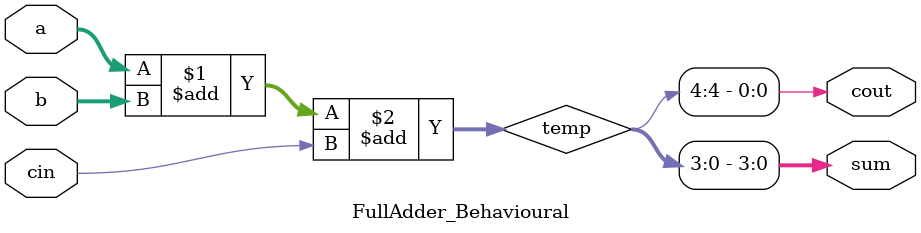
<source format=v>
module FullAdder_Behavioural(a,b,cin,sum,cout);
input [3:0]a,b;
input cin;
output wire [3:0]sum;
output wire cout;
wire [4:0]temp;
assign temp=a+b+cin;
assign sum=temp[3:0];
assign cout=temp[4];
endmodule
</source>
